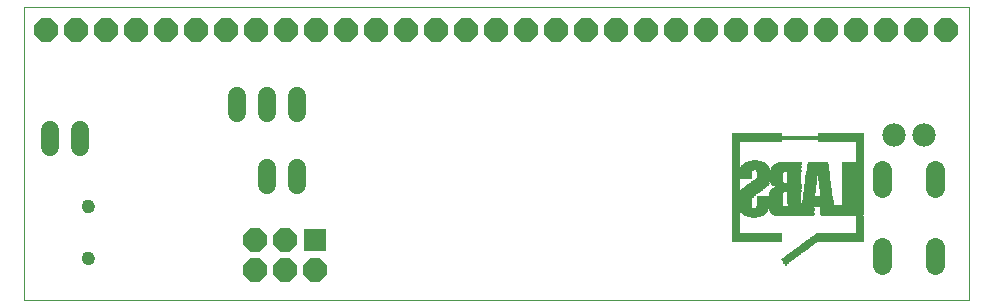
<source format=gbs>
G75*
G70*
%OFA0B0*%
%FSLAX24Y24*%
%IPPOS*%
%LPD*%
%AMOC8*
5,1,8,0,0,1.08239X$1,22.5*
%
%ADD10C,0.0000*%
%ADD11R,0.0780X0.0780*%
%ADD12OC8,0.0780*%
%ADD13C,0.0640*%
%ADD14C,0.0780*%
%ADD15C,0.0434*%
%ADD16OC8,0.0800*%
%ADD17C,0.0600*%
%ADD18R,0.0039X0.0013*%
%ADD19R,0.0065X0.0013*%
%ADD20R,0.0078X0.0013*%
%ADD21R,0.0117X0.0013*%
%ADD22R,0.0130X0.0013*%
%ADD23R,0.0169X0.0013*%
%ADD24R,0.0195X0.0013*%
%ADD25R,0.0221X0.0013*%
%ADD26R,0.0247X0.0013*%
%ADD27R,0.0273X0.0013*%
%ADD28R,0.0299X0.0013*%
%ADD29R,0.0325X0.0013*%
%ADD30R,0.0351X0.0013*%
%ADD31R,0.0377X0.0013*%
%ADD32R,0.0416X0.0013*%
%ADD33R,0.0429X0.0013*%
%ADD34R,0.1937X0.0013*%
%ADD35R,0.1664X0.0013*%
%ADD36R,0.1924X0.0013*%
%ADD37R,0.1898X0.0013*%
%ADD38R,0.1885X0.0013*%
%ADD39R,0.1859X0.0013*%
%ADD40R,0.1846X0.0013*%
%ADD41R,0.1820X0.0013*%
%ADD42R,0.1807X0.0013*%
%ADD43R,0.1781X0.0013*%
%ADD44R,0.1768X0.0013*%
%ADD45R,0.1755X0.0013*%
%ADD46R,0.1742X0.0013*%
%ADD47R,0.1716X0.0013*%
%ADD48R,0.1703X0.0013*%
%ADD49R,0.1677X0.0013*%
%ADD50R,0.1651X0.0013*%
%ADD51R,0.1625X0.0013*%
%ADD52R,0.1612X0.0013*%
%ADD53R,0.1586X0.0013*%
%ADD54R,0.0260X0.0013*%
%ADD55R,0.0247X0.0013*%
%ADD56R,0.0455X0.0013*%
%ADD57R,0.1430X0.0013*%
%ADD58R,0.1157X0.0013*%
%ADD59R,0.0520X0.0013*%
%ADD60R,0.1287X0.0013*%
%ADD61R,0.0585X0.0013*%
%ADD62R,0.1352X0.0013*%
%ADD63R,0.0637X0.0013*%
%ADD64R,0.1443X0.0013*%
%ADD65R,0.1378X0.0013*%
%ADD66R,0.0689X0.0013*%
%ADD67R,0.1404X0.0013*%
%ADD68R,0.0715X0.0013*%
%ADD69R,0.1417X0.0013*%
%ADD70R,0.0767X0.0013*%
%ADD71R,0.0793X0.0013*%
%ADD72R,0.0819X0.0013*%
%ADD73R,0.1456X0.0013*%
%ADD74R,0.0871X0.0013*%
%ADD75R,0.1469X0.0013*%
%ADD76R,0.0884X0.0013*%
%ADD77R,0.0897X0.0013*%
%ADD78R,0.1482X0.0013*%
%ADD79R,0.0923X0.0013*%
%ADD80R,0.1196X0.0013*%
%ADD81R,0.1495X0.0013*%
%ADD82R,0.1209X0.0013*%
%ADD83R,0.1508X0.0013*%
%ADD84R,0.1521X0.0013*%
%ADD85R,0.1222X0.0013*%
%ADD86R,0.2756X0.0013*%
%ADD87R,0.1989X0.0013*%
%ADD88R,0.1963X0.0013*%
%ADD89R,0.1950X0.0013*%
%ADD90R,0.0676X0.0013*%
%ADD91R,0.0663X0.0013*%
%ADD92R,0.0910X0.0013*%
%ADD93R,0.0936X0.0013*%
%ADD94R,0.2548X0.0013*%
%ADD95R,0.0650X0.0013*%
%ADD96R,0.0897X0.0013*%
%ADD97R,0.0884X0.0013*%
%ADD98R,0.1547X0.0013*%
%ADD99R,0.1053X0.0013*%
%ADD100R,0.0468X0.0013*%
%ADD101R,0.1040X0.0013*%
%ADD102R,0.1027X0.0013*%
%ADD103R,0.1014X0.0013*%
%ADD104R,0.1001X0.0013*%
%ADD105R,0.0702X0.0013*%
%ADD106R,0.0728X0.0013*%
%ADD107R,0.0741X0.0013*%
%ADD108R,0.0754X0.0013*%
%ADD109R,0.0780X0.0013*%
%ADD110R,0.0832X0.0013*%
%ADD111R,0.0468X0.0013*%
%ADD112R,0.0858X0.0013*%
%ADD113R,0.0871X0.0013*%
%ADD114R,0.0403X0.0013*%
%ADD115R,0.0481X0.0013*%
%ADD116R,0.0533X0.0013*%
%ADD117R,0.0728X0.0013*%
%ADD118R,0.1014X0.0013*%
%ADD119R,0.0741X0.0013*%
%ADD120R,0.0988X0.0013*%
%ADD121R,0.0975X0.0013*%
%ADD122R,0.0754X0.0013*%
%ADD123R,0.0949X0.0013*%
%ADD124R,0.0845X0.0013*%
%ADD125R,0.0390X0.0013*%
%ADD126R,0.0481X0.0013*%
%ADD127R,0.0442X0.0013*%
%ADD128R,0.0624X0.0013*%
%ADD129R,0.0611X0.0013*%
%ADD130R,0.0598X0.0013*%
%ADD131R,0.0572X0.0013*%
%ADD132R,0.1001X0.0013*%
%ADD133R,0.0858X0.0013*%
%ADD134R,0.0806X0.0013*%
%ADD135R,0.0988X0.0013*%
%ADD136R,0.0962X0.0013*%
%ADD137R,0.0624X0.0013*%
%ADD138R,0.0546X0.0013*%
%ADD139R,0.0364X0.0013*%
%ADD140R,0.0221X0.0013*%
%ADD141R,0.1521X0.0013*%
%ADD142R,0.4394X0.0013*%
D10*
X000202Y000242D02*
X000202Y009992D01*
X031702Y009992D01*
X031702Y000242D01*
X000202Y000242D01*
X002148Y001626D02*
X002150Y001653D01*
X002156Y001680D01*
X002165Y001706D01*
X002178Y001730D01*
X002194Y001753D01*
X002213Y001772D01*
X002235Y001789D01*
X002259Y001803D01*
X002284Y001813D01*
X002311Y001820D01*
X002338Y001823D01*
X002366Y001822D01*
X002393Y001817D01*
X002419Y001809D01*
X002443Y001797D01*
X002466Y001781D01*
X002487Y001763D01*
X002504Y001742D01*
X002519Y001718D01*
X002530Y001693D01*
X002538Y001667D01*
X002542Y001640D01*
X002542Y001612D01*
X002538Y001585D01*
X002530Y001559D01*
X002519Y001534D01*
X002504Y001510D01*
X002487Y001489D01*
X002466Y001471D01*
X002444Y001455D01*
X002419Y001443D01*
X002393Y001435D01*
X002366Y001430D01*
X002338Y001429D01*
X002311Y001432D01*
X002284Y001439D01*
X002259Y001449D01*
X002235Y001463D01*
X002213Y001480D01*
X002194Y001499D01*
X002178Y001522D01*
X002165Y001546D01*
X002156Y001572D01*
X002150Y001599D01*
X002148Y001626D01*
X002148Y003358D02*
X002150Y003385D01*
X002156Y003412D01*
X002165Y003438D01*
X002178Y003462D01*
X002194Y003485D01*
X002213Y003504D01*
X002235Y003521D01*
X002259Y003535D01*
X002284Y003545D01*
X002311Y003552D01*
X002338Y003555D01*
X002366Y003554D01*
X002393Y003549D01*
X002419Y003541D01*
X002443Y003529D01*
X002466Y003513D01*
X002487Y003495D01*
X002504Y003474D01*
X002519Y003450D01*
X002530Y003425D01*
X002538Y003399D01*
X002542Y003372D01*
X002542Y003344D01*
X002538Y003317D01*
X002530Y003291D01*
X002519Y003266D01*
X002504Y003242D01*
X002487Y003221D01*
X002466Y003203D01*
X002444Y003187D01*
X002419Y003175D01*
X002393Y003167D01*
X002366Y003162D01*
X002338Y003161D01*
X002311Y003164D01*
X002284Y003171D01*
X002259Y003181D01*
X002235Y003195D01*
X002213Y003212D01*
X002194Y003231D01*
X002178Y003254D01*
X002165Y003278D01*
X002156Y003304D01*
X002150Y003331D01*
X002148Y003358D01*
D11*
X009902Y002232D03*
D12*
X008902Y002232D03*
X007902Y002232D03*
X007902Y001232D03*
X008902Y001232D03*
X009902Y001232D03*
D13*
X028812Y001412D02*
X028812Y002012D01*
X030592Y002012D02*
X030592Y001412D01*
X030592Y003972D02*
X030592Y004572D01*
X028812Y004572D02*
X028812Y003972D01*
D14*
X029202Y005742D03*
X030202Y005742D03*
D15*
X002345Y003358D03*
X002345Y001626D03*
D16*
X001952Y009242D03*
X002952Y009242D03*
X003952Y009242D03*
X004952Y009242D03*
X005952Y009242D03*
X006952Y009242D03*
X007952Y009242D03*
X008952Y009242D03*
X009952Y009242D03*
X010952Y009242D03*
X011952Y009242D03*
X012952Y009242D03*
X013952Y009242D03*
X014952Y009242D03*
X015952Y009242D03*
X016952Y009242D03*
X017952Y009242D03*
X018952Y009242D03*
X019952Y009242D03*
X020952Y009242D03*
X021952Y009242D03*
X022952Y009242D03*
X023952Y009242D03*
X024952Y009242D03*
X025952Y009242D03*
X026952Y009242D03*
X027952Y009242D03*
X028952Y009242D03*
X029952Y009242D03*
X030952Y009242D03*
X000952Y009242D03*
D17*
X007312Y007017D02*
X007312Y006457D01*
X008312Y006457D02*
X008312Y007017D01*
X009312Y007017D02*
X009312Y006457D01*
X009322Y004617D02*
X009322Y004057D01*
X008322Y004057D02*
X008322Y004617D01*
X002077Y005337D02*
X002077Y005897D01*
X001077Y005897D02*
X001077Y005337D01*
D18*
X025602Y001380D03*
D19*
X025602Y001393D03*
D20*
X025608Y001406D03*
D21*
X025615Y001419D03*
D22*
X025621Y001432D03*
D23*
X025628Y001445D03*
D24*
X025628Y001458D03*
X024536Y002979D03*
D25*
X025628Y001471D03*
D26*
X025641Y001484D03*
D27*
X025641Y001497D03*
D28*
X025641Y001510D03*
D29*
X025654Y001523D03*
D30*
X025654Y001536D03*
X024536Y002992D03*
D31*
X026460Y004305D03*
X026460Y004318D03*
X026460Y004331D03*
X026460Y004344D03*
X026460Y004357D03*
X025654Y001549D03*
D32*
X025660Y001562D03*
X025842Y001705D03*
X025972Y001796D03*
X026167Y001939D03*
X026219Y001978D03*
X026323Y002056D03*
X026375Y002095D03*
X026427Y002134D03*
X026375Y003668D03*
X026375Y003681D03*
X026388Y003707D03*
X026388Y003720D03*
X026388Y003733D03*
X026388Y003746D03*
X026388Y003759D03*
X026388Y003772D03*
X026401Y003811D03*
X026401Y003824D03*
X026401Y003837D03*
X026401Y003850D03*
X026401Y003863D03*
X026414Y003941D03*
X026414Y003954D03*
X026921Y003980D03*
X026921Y003993D03*
X026921Y004006D03*
X026921Y004019D03*
X026908Y004084D03*
X026908Y004097D03*
X026908Y004110D03*
X026895Y004188D03*
X026895Y004201D03*
X026895Y004214D03*
X026882Y004279D03*
X026882Y004292D03*
X026882Y004305D03*
X026882Y004318D03*
X026934Y003928D03*
X026934Y003915D03*
X026934Y003902D03*
X026934Y003889D03*
X026934Y003876D03*
X026947Y003824D03*
X026947Y003811D03*
X026947Y003798D03*
X026947Y003785D03*
X026947Y003772D03*
X026947Y003759D03*
X026947Y003746D03*
X026960Y003733D03*
X026960Y003720D03*
X026960Y003707D03*
X026960Y003694D03*
X026960Y003681D03*
X026960Y003668D03*
D33*
X026382Y003694D03*
X025303Y004149D03*
X025303Y004162D03*
X024861Y004474D03*
X024861Y004487D03*
X026460Y002160D03*
X026447Y002147D03*
X026408Y002121D03*
X026395Y002108D03*
X026356Y002082D03*
X026343Y002069D03*
X026304Y002043D03*
X026291Y002030D03*
X026265Y002017D03*
X026252Y002004D03*
X026239Y001991D03*
X026200Y001965D03*
X026187Y001952D03*
X026148Y001926D03*
X026135Y001913D03*
X026109Y001900D03*
X026096Y001887D03*
X026083Y001874D03*
X026057Y001861D03*
X026044Y001848D03*
X026031Y001835D03*
X026005Y001822D03*
X025992Y001809D03*
X025953Y001783D03*
X025927Y001770D03*
X025914Y001757D03*
X025901Y001744D03*
X025875Y001731D03*
X025862Y001718D03*
X025823Y001692D03*
X025810Y001679D03*
X025797Y001666D03*
X025771Y001653D03*
X025758Y001640D03*
X025745Y001627D03*
X025719Y001614D03*
X025706Y001601D03*
X025693Y001588D03*
X025667Y001575D03*
D34*
X027240Y002173D03*
D35*
X027376Y002368D03*
X024646Y002381D03*
X024646Y002394D03*
X024646Y002407D03*
X024646Y002420D03*
X024646Y002368D03*
X024646Y002355D03*
X024646Y002342D03*
X024646Y002329D03*
X024646Y002316D03*
X024646Y002303D03*
X024646Y002290D03*
X024646Y002277D03*
X024646Y002264D03*
X024646Y002251D03*
X024646Y002238D03*
X024646Y002225D03*
X024646Y002212D03*
X024646Y002199D03*
X024646Y002186D03*
X024646Y002173D03*
X024646Y005501D03*
X024646Y005514D03*
X024646Y005527D03*
X024646Y005540D03*
X024646Y005553D03*
X024646Y005566D03*
X024646Y005683D03*
X024646Y005696D03*
X024646Y005709D03*
X024646Y005722D03*
X024646Y005735D03*
X024646Y005748D03*
D36*
X027246Y002186D03*
D37*
X027259Y002199D03*
D38*
X027266Y002212D03*
D39*
X027279Y002225D03*
D40*
X027285Y002238D03*
D41*
X027298Y002251D03*
D42*
X027305Y002264D03*
D43*
X027318Y002277D03*
D44*
X027324Y002290D03*
D45*
X027331Y002303D03*
D46*
X027337Y002316D03*
D47*
X027350Y002329D03*
D48*
X027357Y002342D03*
D49*
X027370Y002355D03*
D50*
X027383Y002381D03*
D51*
X027396Y002394D03*
D52*
X027402Y002407D03*
D53*
X027415Y002420D03*
D54*
X028078Y002433D03*
X028078Y002446D03*
X028078Y002459D03*
X028078Y002472D03*
X028078Y002485D03*
X028078Y002498D03*
X028078Y002511D03*
X028078Y002524D03*
X028078Y002537D03*
X028078Y002550D03*
X028078Y002563D03*
X028078Y002576D03*
X028078Y002589D03*
X028078Y002602D03*
X028078Y002615D03*
X028078Y002628D03*
X028078Y002641D03*
X028078Y002654D03*
X028078Y002667D03*
X028078Y002680D03*
X028078Y002693D03*
X028078Y002706D03*
X028078Y002719D03*
X028078Y002732D03*
X028078Y002745D03*
X028078Y002758D03*
X028078Y002771D03*
X028078Y002784D03*
X028078Y002797D03*
X028078Y002810D03*
X028078Y002823D03*
X028078Y002836D03*
X028078Y002849D03*
X028078Y002862D03*
X028078Y002875D03*
X028078Y002888D03*
X028078Y002901D03*
X028078Y002914D03*
X028078Y002927D03*
X028078Y002940D03*
X028078Y002953D03*
X028078Y002966D03*
X028078Y002979D03*
X028078Y002992D03*
X028078Y003005D03*
X028078Y004825D03*
X028078Y004838D03*
X028078Y004851D03*
X028078Y004864D03*
X028078Y004877D03*
X028078Y004890D03*
X028078Y004903D03*
X028078Y004916D03*
X028078Y004929D03*
X028078Y004942D03*
X028078Y004955D03*
X028078Y004968D03*
X028078Y004981D03*
X028078Y004994D03*
X028078Y005007D03*
X028078Y005020D03*
X028078Y005033D03*
X028078Y005046D03*
X028078Y005059D03*
X028078Y005072D03*
X028078Y005085D03*
X028078Y005098D03*
X028078Y005111D03*
X028078Y005124D03*
X028078Y005137D03*
X028078Y005150D03*
X028078Y005163D03*
X028078Y005176D03*
X028078Y005189D03*
X028078Y005202D03*
X028078Y005215D03*
X028078Y005228D03*
X028078Y005241D03*
X028078Y005254D03*
X028078Y005267D03*
X028078Y005280D03*
X028078Y005293D03*
X028078Y005306D03*
X028078Y005319D03*
X028078Y005332D03*
X028078Y005345D03*
X028078Y005358D03*
X028078Y005371D03*
X028078Y005384D03*
X028078Y005397D03*
X028078Y005410D03*
X028078Y005423D03*
X028078Y005436D03*
X028078Y005449D03*
X028078Y005462D03*
X028078Y005475D03*
X028078Y005488D03*
D55*
X023938Y005488D03*
X023938Y005475D03*
X023938Y005462D03*
X023938Y005449D03*
X023938Y005436D03*
X023938Y005423D03*
X023938Y005410D03*
X023938Y005397D03*
X023938Y005384D03*
X023938Y005371D03*
X023938Y005358D03*
X023938Y005345D03*
X023938Y005332D03*
X023938Y005319D03*
X023938Y005306D03*
X023938Y005293D03*
X023938Y005280D03*
X023938Y005267D03*
X023938Y005254D03*
X023938Y005241D03*
X023938Y005228D03*
X023938Y005215D03*
X023938Y005202D03*
X023938Y005189D03*
X023938Y005176D03*
X023938Y005163D03*
X023938Y005150D03*
X023938Y005137D03*
X023938Y005124D03*
X023938Y005111D03*
X023938Y005098D03*
X023938Y005085D03*
X023938Y005072D03*
X023938Y005059D03*
X023938Y005046D03*
X023938Y005033D03*
X023938Y005020D03*
X023938Y005007D03*
X023938Y004994D03*
X023938Y004981D03*
X023938Y004968D03*
X023938Y004955D03*
X023938Y004942D03*
X023938Y004929D03*
X023938Y004916D03*
X023938Y004903D03*
X023938Y004890D03*
X023938Y004877D03*
X023938Y004864D03*
X023938Y004851D03*
X023938Y004838D03*
X023938Y004825D03*
X023938Y004812D03*
X023938Y004799D03*
X023938Y004786D03*
X023938Y004773D03*
X023938Y004760D03*
X023938Y004747D03*
X023938Y004734D03*
X023938Y004721D03*
X023938Y004708D03*
X023938Y004695D03*
X023938Y004682D03*
X023938Y004669D03*
X023938Y004656D03*
X023938Y004643D03*
X023938Y004630D03*
X023938Y004617D03*
X023938Y004604D03*
X023938Y004591D03*
X023938Y004578D03*
X023938Y004565D03*
X023938Y004552D03*
X023938Y004266D03*
X023938Y004253D03*
X023938Y004240D03*
X023938Y004227D03*
X023938Y004214D03*
X023938Y004201D03*
X023938Y004188D03*
X023938Y004175D03*
X023938Y004162D03*
X023938Y004149D03*
X023938Y004136D03*
X023938Y004123D03*
X023938Y004110D03*
X023938Y004097D03*
X023938Y004084D03*
X023938Y004071D03*
X023938Y004058D03*
X023938Y004045D03*
X023938Y004032D03*
X023938Y004019D03*
X023938Y004006D03*
X023938Y003993D03*
X023938Y003980D03*
X023938Y003967D03*
X023938Y003954D03*
X023938Y003941D03*
X023938Y003928D03*
X023938Y003915D03*
X023938Y003902D03*
X023938Y003889D03*
X023938Y003876D03*
X023938Y003863D03*
X023938Y003850D03*
X023938Y003837D03*
X023938Y003824D03*
X023938Y003811D03*
X023938Y003161D03*
X023938Y003148D03*
X023938Y003135D03*
X023938Y003122D03*
X023938Y003109D03*
X023938Y003096D03*
X023938Y003083D03*
X023938Y003070D03*
X023938Y003057D03*
X023938Y003044D03*
X023938Y003031D03*
X023938Y003018D03*
X023938Y003005D03*
X023938Y002992D03*
X023938Y002979D03*
X023938Y002966D03*
X023938Y002953D03*
X023938Y002940D03*
X023938Y002927D03*
X023938Y002914D03*
X023938Y002901D03*
X023938Y002888D03*
X023938Y002875D03*
X023938Y002862D03*
X023938Y002849D03*
X023938Y002836D03*
X023938Y002823D03*
X023938Y002810D03*
X023938Y002797D03*
X023938Y002784D03*
X023938Y002771D03*
X023938Y002758D03*
X023938Y002745D03*
X023938Y002732D03*
X023938Y002719D03*
X023938Y002706D03*
X023938Y002693D03*
X023938Y002680D03*
X023938Y002667D03*
X023938Y002654D03*
X023938Y002641D03*
X023938Y002628D03*
X023938Y002615D03*
X023938Y002602D03*
X023938Y002589D03*
X023938Y002576D03*
X023938Y002563D03*
X023938Y002550D03*
X023938Y002537D03*
X023938Y002524D03*
X023938Y002511D03*
X023938Y002498D03*
X023938Y002485D03*
X023938Y002472D03*
X023938Y002459D03*
X023938Y002446D03*
X023938Y002433D03*
D56*
X024536Y003005D03*
X025277Y003720D03*
X025277Y003733D03*
X025277Y003746D03*
X025290Y003785D03*
X025316Y004487D03*
X024848Y004526D03*
D57*
X025842Y003096D03*
X027493Y003044D03*
X027493Y003031D03*
X027493Y003018D03*
D58*
X025966Y003018D03*
D59*
X024529Y003018D03*
D60*
X025901Y003031D03*
D61*
X024536Y003031D03*
D62*
X025881Y003044D03*
D63*
X024536Y003044D03*
X024731Y004110D03*
D64*
X025836Y003109D03*
X027487Y003109D03*
X027487Y003122D03*
X027487Y003135D03*
X027487Y003148D03*
X027487Y003161D03*
X027487Y003174D03*
X027487Y003187D03*
X027487Y003096D03*
X027487Y003083D03*
X027487Y003070D03*
X027487Y003057D03*
D65*
X025868Y003057D03*
D66*
X024536Y003057D03*
X024159Y003291D03*
X024159Y003629D03*
X024419Y003824D03*
X024432Y003837D03*
X024692Y004071D03*
X024159Y004513D03*
X024159Y004526D03*
X026681Y004734D03*
X026681Y004747D03*
X026681Y004760D03*
X026681Y004773D03*
X026681Y004786D03*
X026681Y004799D03*
D67*
X025855Y003070D03*
D68*
X024536Y003070D03*
X024172Y003278D03*
X024172Y003655D03*
X024445Y003850D03*
X024458Y003863D03*
X024666Y004045D03*
X026681Y004643D03*
X026681Y004656D03*
X026681Y004669D03*
X026681Y004682D03*
X026681Y004695D03*
X027851Y004695D03*
X027851Y004708D03*
X027851Y004721D03*
X027851Y004734D03*
X027851Y004747D03*
X027851Y004760D03*
X027851Y004773D03*
X027851Y004786D03*
X027851Y004799D03*
X027851Y004812D03*
X027851Y004682D03*
X027851Y004669D03*
X027851Y004656D03*
X027851Y004643D03*
X027851Y004630D03*
X027851Y004617D03*
X027851Y004604D03*
X027851Y004591D03*
X027851Y004578D03*
X027851Y004565D03*
X027851Y004552D03*
X027851Y004539D03*
X027851Y004526D03*
X027851Y004513D03*
X027851Y004500D03*
X027851Y004487D03*
X027851Y004474D03*
X027851Y004461D03*
X027851Y004448D03*
X027851Y004435D03*
X027851Y004422D03*
X027851Y004409D03*
X027851Y004396D03*
X027851Y004383D03*
X027851Y004370D03*
X027851Y004357D03*
X027851Y004344D03*
X027851Y004331D03*
X027851Y004318D03*
X027851Y004305D03*
X027851Y004292D03*
X027851Y004279D03*
X027851Y004266D03*
X027851Y004253D03*
X027851Y004240D03*
X027851Y004227D03*
X027851Y004214D03*
X027851Y004201D03*
X027851Y004188D03*
X027851Y004175D03*
X027851Y004162D03*
X027851Y004149D03*
X027851Y004136D03*
X027851Y004123D03*
X027851Y004110D03*
X027851Y004097D03*
X027851Y004084D03*
X027851Y004071D03*
X027851Y004058D03*
X027851Y004045D03*
X027851Y004032D03*
X027851Y004019D03*
X027851Y004006D03*
X027851Y003993D03*
X027851Y003980D03*
X027851Y003967D03*
X027851Y003954D03*
X027851Y003941D03*
X027851Y003928D03*
X027851Y003915D03*
X027851Y003902D03*
X027851Y003889D03*
X027851Y003876D03*
X027851Y003863D03*
X027851Y003850D03*
X027851Y003837D03*
X027851Y003824D03*
X027851Y003811D03*
X027851Y003798D03*
X027851Y003785D03*
X027851Y003772D03*
X027851Y003759D03*
X027851Y003746D03*
X027851Y003733D03*
X027851Y003720D03*
X027851Y003707D03*
X027851Y003694D03*
X027851Y003681D03*
X027851Y003668D03*
X027851Y003655D03*
X027851Y003642D03*
X027851Y003629D03*
X027851Y003616D03*
X027851Y003603D03*
X027851Y003590D03*
X027851Y003577D03*
X027851Y003564D03*
X027851Y003551D03*
X027851Y003538D03*
X027851Y003525D03*
X027851Y003512D03*
X027851Y003499D03*
X027851Y003486D03*
X027851Y003473D03*
X027851Y003460D03*
X027851Y003447D03*
X027851Y003434D03*
X027851Y003421D03*
X027851Y003408D03*
X027851Y003395D03*
X027851Y003382D03*
D69*
X025849Y003083D03*
D70*
X024536Y003083D03*
X026681Y004474D03*
X026681Y004487D03*
X026681Y004500D03*
D71*
X026681Y004409D03*
X026681Y004396D03*
X025732Y004786D03*
X024211Y003720D03*
X024536Y003096D03*
D72*
X024536Y003109D03*
X024224Y003733D03*
D73*
X025829Y003122D03*
X027480Y003200D03*
X027480Y003213D03*
X027480Y003226D03*
X027480Y003239D03*
X027480Y003252D03*
X027480Y003265D03*
X027480Y003278D03*
X027480Y003291D03*
X027480Y003304D03*
X027480Y003317D03*
X027480Y003330D03*
D74*
X025069Y003395D03*
X025069Y003408D03*
X025069Y003421D03*
X025069Y003434D03*
X025069Y003447D03*
X025069Y003460D03*
X025069Y003473D03*
X025069Y003486D03*
X025069Y003499D03*
X025069Y003512D03*
X025069Y003525D03*
X025069Y003538D03*
X025069Y003551D03*
X025069Y003564D03*
X025069Y003577D03*
X025069Y003590D03*
X025069Y003603D03*
X025069Y003616D03*
X025069Y003629D03*
X025069Y003642D03*
X025069Y003655D03*
X025069Y004279D03*
X025069Y004292D03*
X025069Y004305D03*
X024536Y003122D03*
D75*
X025823Y003135D03*
X025823Y003148D03*
D76*
X024529Y003135D03*
X025062Y004266D03*
D77*
X025056Y004253D03*
X024536Y003148D03*
D78*
X025816Y003161D03*
X025816Y003174D03*
D79*
X024536Y003161D03*
X025667Y003954D03*
X025667Y004019D03*
X025043Y004227D03*
X025667Y004721D03*
D80*
X024412Y003187D03*
X024412Y003174D03*
D81*
X025810Y003187D03*
X025810Y003200D03*
D82*
X024419Y003200D03*
X024419Y003213D03*
D83*
X025816Y003213D03*
D84*
X025810Y003226D03*
X025810Y003239D03*
X025810Y003252D03*
D85*
X024425Y003252D03*
X024425Y003239D03*
X024425Y003226D03*
D86*
X025192Y003265D03*
D87*
X025576Y003278D03*
D88*
X025589Y003291D03*
D89*
X025595Y003304D03*
X025595Y003317D03*
D90*
X024152Y003304D03*
X024152Y003616D03*
X024698Y004084D03*
X024152Y004279D03*
X024152Y004292D03*
X024152Y004305D03*
X024152Y004318D03*
X024152Y004331D03*
X024152Y004344D03*
X024152Y004357D03*
X024152Y004370D03*
X024152Y004383D03*
X024152Y004396D03*
X024152Y004409D03*
X024152Y004422D03*
X024152Y004435D03*
X024152Y004448D03*
X024152Y004461D03*
X024152Y004474D03*
X024152Y004487D03*
X024152Y004500D03*
X026674Y004812D03*
D91*
X024718Y004097D03*
X024406Y003811D03*
X024146Y003603D03*
X024146Y003590D03*
X024146Y003577D03*
X024146Y003564D03*
X024146Y003330D03*
X024146Y003317D03*
D92*
X025088Y003343D03*
X024269Y003798D03*
X025049Y004240D03*
X024568Y004669D03*
X025673Y004734D03*
X026115Y003330D03*
D93*
X025101Y003330D03*
X025036Y004214D03*
X024568Y004656D03*
X025660Y004708D03*
D94*
X026934Y003369D03*
X026934Y003356D03*
X026934Y003343D03*
D95*
X024139Y003356D03*
X024139Y003369D03*
X024139Y003382D03*
X024139Y003395D03*
X024139Y003408D03*
X024139Y003421D03*
X024139Y003434D03*
X024139Y003447D03*
X024139Y003460D03*
X024139Y003473D03*
X024139Y003486D03*
X024139Y003499D03*
X024139Y003512D03*
X024139Y003525D03*
X024139Y003538D03*
X024139Y003551D03*
X024139Y003343D03*
X024568Y004786D03*
D96*
X024562Y004682D03*
X025680Y004006D03*
X025082Y003356D03*
D97*
X025075Y003369D03*
X025075Y003382D03*
X024256Y003785D03*
X025686Y003967D03*
X025686Y004747D03*
X024568Y004695D03*
D98*
X026434Y003434D03*
X026434Y003421D03*
X026434Y003408D03*
X026434Y003395D03*
X026434Y003382D03*
D99*
X026668Y003447D03*
X026668Y003460D03*
X026668Y003473D03*
X026668Y003486D03*
X026668Y003499D03*
X026668Y003512D03*
X026668Y003525D03*
X025602Y003837D03*
D100*
X025894Y003824D03*
X025894Y003811D03*
X025894Y003798D03*
X025894Y003785D03*
X025894Y003772D03*
X025894Y003759D03*
X025894Y003746D03*
X025894Y003733D03*
X025894Y003720D03*
X025894Y003707D03*
X025894Y003694D03*
X025894Y003681D03*
X025894Y003668D03*
X025894Y003655D03*
X025894Y003642D03*
X025894Y003629D03*
X025894Y003616D03*
X025894Y003603D03*
X025894Y003590D03*
X025894Y003577D03*
X025894Y003564D03*
X025894Y003551D03*
X025894Y003538D03*
X025894Y003525D03*
X025894Y003512D03*
X025894Y003499D03*
X025894Y003486D03*
X025894Y003473D03*
X025894Y003460D03*
X025894Y003447D03*
X025270Y003668D03*
X025270Y003681D03*
X025270Y003694D03*
X025270Y003707D03*
X025296Y003798D03*
X025894Y004110D03*
X025894Y004123D03*
X025894Y004136D03*
X025894Y004149D03*
X025894Y004162D03*
X025894Y004175D03*
X025894Y004188D03*
X025894Y004201D03*
X025894Y004214D03*
X025894Y004227D03*
X025894Y004240D03*
X025894Y004253D03*
X025894Y004266D03*
X025894Y004279D03*
X025894Y004292D03*
X025894Y004305D03*
X025894Y004318D03*
X025894Y004331D03*
X025894Y004344D03*
X025894Y004357D03*
X025894Y004370D03*
X025894Y004383D03*
X025894Y004396D03*
X025894Y004409D03*
X025894Y004422D03*
X025894Y004435D03*
X025894Y004448D03*
X025894Y004461D03*
X025894Y004474D03*
X025894Y004487D03*
X025894Y004500D03*
X024841Y004539D03*
D101*
X025608Y004526D03*
X025608Y004513D03*
X025608Y003863D03*
X025608Y003850D03*
X026674Y003538D03*
D102*
X026668Y003551D03*
X026668Y003564D03*
X026668Y003577D03*
X026668Y003590D03*
X026668Y003603D03*
X025615Y003876D03*
X025615Y004539D03*
X025615Y004552D03*
X025615Y004565D03*
X025615Y004578D03*
D103*
X026674Y003629D03*
X026674Y003616D03*
D104*
X026668Y003642D03*
X026668Y003655D03*
X025628Y003902D03*
X025628Y004071D03*
X025628Y004617D03*
X025628Y004630D03*
D105*
X026674Y004708D03*
X026674Y004721D03*
X024568Y004773D03*
X024165Y004539D03*
X024672Y004058D03*
X024165Y003642D03*
D106*
X024178Y003668D03*
X024633Y004019D03*
X024568Y004760D03*
D107*
X024627Y004006D03*
X024497Y003902D03*
X024185Y003681D03*
D108*
X024191Y003694D03*
X024516Y003915D03*
X024568Y003954D03*
X024581Y003967D03*
D109*
X024204Y003707D03*
X026674Y004422D03*
X026674Y004435D03*
X026674Y004448D03*
X026674Y004461D03*
X024568Y004747D03*
D110*
X024568Y004721D03*
X025712Y004773D03*
X024230Y003746D03*
D111*
X025283Y003759D03*
X025283Y003772D03*
X024568Y004825D03*
D112*
X024568Y004708D03*
X024243Y003759D03*
D113*
X024250Y003772D03*
X025082Y004435D03*
X025082Y004448D03*
X025082Y004461D03*
D114*
X026421Y004032D03*
X026421Y004019D03*
X026421Y004006D03*
X026421Y003993D03*
X026421Y003980D03*
X026421Y003967D03*
X026408Y003928D03*
X026408Y003915D03*
X026408Y003902D03*
X026408Y003889D03*
X026408Y003876D03*
X026395Y003798D03*
X026395Y003785D03*
X026434Y004071D03*
X026434Y004084D03*
X026434Y004097D03*
X026434Y004110D03*
X026434Y004123D03*
X026889Y004227D03*
X026889Y004240D03*
X026889Y004253D03*
X026889Y004266D03*
X026876Y004331D03*
X026876Y004344D03*
X026876Y004357D03*
X026876Y004370D03*
X026902Y004175D03*
X026902Y004162D03*
X026902Y004149D03*
X026902Y004136D03*
X026902Y004123D03*
X026915Y004071D03*
X026915Y004058D03*
X026915Y004045D03*
X026915Y004032D03*
X026928Y003967D03*
X026928Y003954D03*
X026928Y003941D03*
X026941Y003863D03*
X026941Y003850D03*
X026941Y003837D03*
D115*
X025303Y003811D03*
X025329Y004500D03*
D116*
X025342Y003824D03*
D117*
X024646Y004032D03*
X024477Y003876D03*
X026674Y004617D03*
X026674Y004630D03*
D118*
X025621Y004604D03*
X025621Y004591D03*
X025621Y004097D03*
X025621Y004084D03*
X025621Y003889D03*
D119*
X024614Y003993D03*
X024484Y003889D03*
X026681Y004565D03*
X026681Y004578D03*
X026681Y004591D03*
X026681Y004604D03*
X025758Y004799D03*
D120*
X025634Y004656D03*
X025634Y004643D03*
X025634Y004058D03*
X025634Y003915D03*
D121*
X025641Y003928D03*
X025641Y004045D03*
X025017Y004188D03*
X024562Y004604D03*
X025641Y004669D03*
D122*
X026674Y004552D03*
X026674Y004539D03*
X026674Y004526D03*
X026674Y004513D03*
X024594Y003980D03*
X024542Y003941D03*
X024529Y003928D03*
D123*
X025030Y004201D03*
X025654Y004032D03*
X025654Y003941D03*
X024562Y004643D03*
X025654Y004695D03*
D124*
X025706Y003993D03*
X025706Y003980D03*
D125*
X026427Y004045D03*
X026427Y004058D03*
X026440Y004136D03*
X026440Y004149D03*
X026440Y004162D03*
X026440Y004175D03*
X026440Y004188D03*
X026440Y004201D03*
X026453Y004214D03*
X026453Y004227D03*
X026453Y004240D03*
X026453Y004253D03*
X026453Y004266D03*
X026453Y004279D03*
X026453Y004292D03*
X026466Y004370D03*
D126*
X025342Y004110D03*
D127*
X025322Y004123D03*
X025309Y004136D03*
X025309Y004474D03*
X024854Y004500D03*
X024854Y004513D03*
D128*
X024737Y004123D03*
D129*
X024757Y004136D03*
D130*
X024763Y004149D03*
X024568Y004799D03*
D131*
X024776Y004162D03*
D132*
X025017Y004175D03*
X024575Y004552D03*
D133*
X025075Y004422D03*
X025075Y004409D03*
X025075Y004396D03*
X025075Y004383D03*
X025075Y004370D03*
X025075Y004357D03*
X025075Y004344D03*
X025075Y004331D03*
X025075Y004318D03*
X025699Y004760D03*
D134*
X026674Y004383D03*
X024568Y004734D03*
D135*
X024568Y004591D03*
X024568Y004578D03*
X024568Y004565D03*
D136*
X024568Y004617D03*
X024568Y004630D03*
X025647Y004682D03*
D137*
X025816Y004812D03*
D138*
X024568Y004812D03*
D139*
X024568Y004838D03*
D140*
X024575Y004851D03*
D141*
X027448Y005501D03*
X027448Y005514D03*
X027448Y005527D03*
X027448Y005540D03*
X027448Y005553D03*
X027448Y005566D03*
X027448Y005683D03*
X027448Y005696D03*
X027448Y005709D03*
X027448Y005722D03*
X027448Y005735D03*
X027448Y005748D03*
D142*
X026011Y005670D03*
X026011Y005657D03*
X026011Y005644D03*
X026011Y005631D03*
X026011Y005618D03*
X026011Y005605D03*
X026011Y005592D03*
X026011Y005579D03*
M02*

</source>
